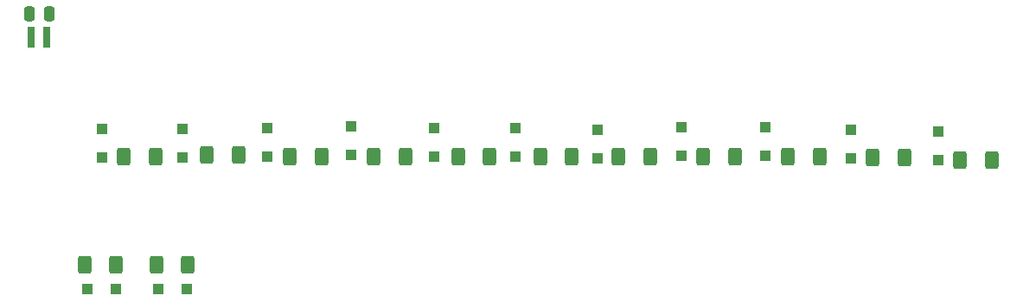
<source format=gbr>
%TF.GenerationSoftware,KiCad,Pcbnew,7.0.7*%
%TF.CreationDate,2024-09-02T11:23:26-05:00*%
%TF.ProjectId,Module_RPI,4d6f6475-6c65-45f5-9250-492e6b696361,rev?*%
%TF.SameCoordinates,Original*%
%TF.FileFunction,Paste,Bot*%
%TF.FilePolarity,Positive*%
%FSLAX46Y46*%
G04 Gerber Fmt 4.6, Leading zero omitted, Abs format (unit mm)*
G04 Created by KiCad (PCBNEW 7.0.7) date 2024-09-02 11:23:26*
%MOMM*%
%LPD*%
G01*
G04 APERTURE LIST*
G04 Aperture macros list*
%AMRoundRect*
0 Rectangle with rounded corners*
0 $1 Rounding radius*
0 $2 $3 $4 $5 $6 $7 $8 $9 X,Y pos of 4 corners*
0 Add a 4 corners polygon primitive as box body*
4,1,4,$2,$3,$4,$5,$6,$7,$8,$9,$2,$3,0*
0 Add four circle primitives for the rounded corners*
1,1,$1+$1,$2,$3*
1,1,$1+$1,$4,$5*
1,1,$1+$1,$6,$7*
1,1,$1+$1,$8,$9*
0 Add four rect primitives between the rounded corners*
20,1,$1+$1,$2,$3,$4,$5,0*
20,1,$1+$1,$4,$5,$6,$7,0*
20,1,$1+$1,$6,$7,$8,$9,0*
20,1,$1+$1,$8,$9,$2,$3,0*%
G04 Aperture macros list end*
%ADD10R,0.800000X2.000000*%
%ADD11RoundRect,0.250000X0.250000X0.475000X-0.250000X0.475000X-0.250000X-0.475000X0.250000X-0.475000X0*%
%ADD12RoundRect,0.250000X0.400000X0.625000X-0.400000X0.625000X-0.400000X-0.625000X0.400000X-0.625000X0*%
%ADD13RoundRect,0.250000X-0.400000X-0.625000X0.400000X-0.625000X0.400000X0.625000X-0.400000X0.625000X0*%
%ADD14RoundRect,0.250000X0.300000X-0.300000X0.300000X0.300000X-0.300000X0.300000X-0.300000X-0.300000X0*%
%ADD15RoundRect,0.250000X0.300000X0.300000X-0.300000X0.300000X-0.300000X-0.300000X0.300000X-0.300000X0*%
%ADD16RoundRect,0.250000X-0.300000X-0.300000X0.300000X-0.300000X0.300000X0.300000X-0.300000X0.300000X0*%
G04 APERTURE END LIST*
D10*
%TO.C,BT1*%
X62400000Y-63981898D03*
X63900000Y-63981898D03*
%TD*%
D11*
%TO.C,C1*%
X62200000Y-61700000D03*
X64100000Y-61700000D03*
%TD*%
D12*
%TO.C,R28*%
X147877064Y-75750000D03*
X144777064Y-75750000D03*
%TD*%
D13*
%TO.C,R21*%
X74600000Y-86200000D03*
X77700000Y-86200000D03*
%TD*%
D14*
%TO.C,D18*%
X117800000Y-75800000D03*
X117800000Y-73000000D03*
%TD*%
%TO.C,D23*%
X126027064Y-75550000D03*
X126027064Y-72750000D03*
%TD*%
D12*
%TO.C,R26*%
X139577064Y-75650000D03*
X136477064Y-75650000D03*
%TD*%
D15*
%TO.C,D20*%
X77600000Y-88600000D03*
X74800000Y-88600000D03*
%TD*%
D14*
%TO.C,D10*%
X85500000Y-75600000D03*
X85500000Y-72800000D03*
%TD*%
D12*
%TO.C,R14*%
X115300000Y-75600000D03*
X112200000Y-75600000D03*
%TD*%
%TO.C,R20*%
X70700000Y-86200000D03*
X67600000Y-86200000D03*
%TD*%
%TO.C,R12*%
X99000000Y-75600000D03*
X95900000Y-75600000D03*
%TD*%
%TO.C,R11*%
X90800000Y-75600000D03*
X87700000Y-75600000D03*
%TD*%
D14*
%TO.C,D9*%
X77150000Y-75750000D03*
X77150000Y-72950000D03*
%TD*%
%TO.C,D25*%
X134227064Y-75550000D03*
X134227064Y-72750000D03*
%TD*%
D12*
%TO.C,R29*%
X156427064Y-75950000D03*
X153327064Y-75950000D03*
%TD*%
D14*
%TO.C,D11*%
X93700000Y-75500000D03*
X93700000Y-72700000D03*
%TD*%
D12*
%TO.C,R13*%
X107250000Y-75600000D03*
X104150000Y-75600000D03*
%TD*%
D14*
%TO.C,D12*%
X101800000Y-75600000D03*
X101800000Y-72800000D03*
%TD*%
D12*
%TO.C,R10*%
X82650000Y-75500000D03*
X79550000Y-75500000D03*
%TD*%
%TO.C,R8*%
X74550000Y-75600000D03*
X71450000Y-75600000D03*
%TD*%
D14*
%TO.C,D28*%
X151177064Y-76000000D03*
X151177064Y-73200000D03*
%TD*%
%TO.C,D27*%
X142627064Y-75800000D03*
X142627064Y-73000000D03*
%TD*%
D12*
%TO.C,R24*%
X131277064Y-75650000D03*
X128177064Y-75650000D03*
%TD*%
D14*
%TO.C,D13*%
X109800000Y-75600000D03*
X109800000Y-72800000D03*
%TD*%
D16*
%TO.C,D19*%
X67900000Y-88600000D03*
X70700000Y-88600000D03*
%TD*%
D14*
%TO.C,D7*%
X69300000Y-75750000D03*
X69300000Y-72950000D03*
%TD*%
D12*
%TO.C,R19*%
X122977064Y-75650000D03*
X119877064Y-75650000D03*
%TD*%
M02*

</source>
